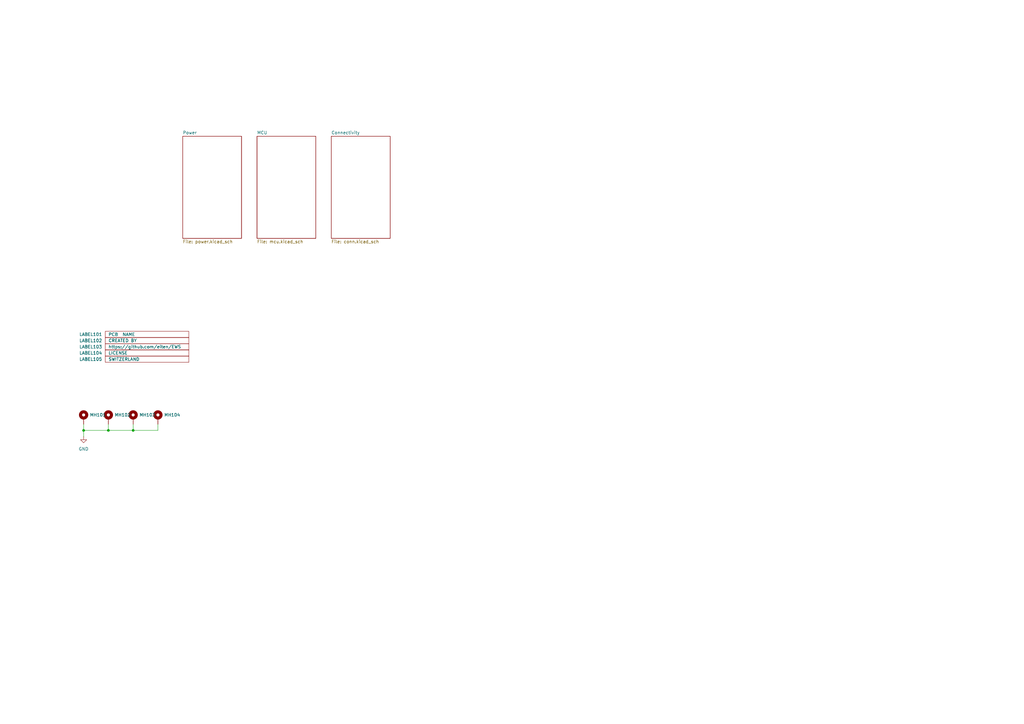
<source format=kicad_sch>
(kicad_sch (version 20250114) (generator "eeschema") (generator_version "9.0")
  (paper "A3")
  (title_block (title "EWS - Power, CANbus and USB HAT for 3D Printers") (date "2025-12-04") (rev "${PROJEKT_REV}") (company "Eduard Iten") (comment 1 "CC BY-NC-SA 4.0"))
  (lib_symbols
    (symbol "Mechanical:MountingHole_Pad" (pin_numbers (hide yes)) (pin_names (offset 1.016) (hide yes)) (in_bom no)
      (property "Reference" "H" (at 0 6.35 0))
      (property "Value" "MountingHole_Pad" (at 0 4.445 0))
      (symbol "MountingHole_Pad_0_1"
        (circle (center 0 1.27) (radius 1.27) (stroke (width 1.27)))
      )
      (symbol "MountingHole_Pad_1_1"
        (pin input line (at 0 -2.54 90) (length 2.54) (name "1") (number "1"))
      )
    )
    (symbol "power:GND" (power) (pin_numbers (hide yes)) (pin_names (offset 0) (hide yes))
      (property "Value" "GND" (at 0 -3.81 0))
      (symbol "GND_0_1"
        (polyline (pts (xy 0 0) (xy 0 -1.27) (xy 1.27 -1.27) (xy 0 -2.54) (xy -1.27 -1.27) (xy 0 -1.27)))
      )
      (symbol "GND_1_1"
        (pin power_in line (at 0 0 270) (length 0) (name "~") (number "1"))
      )
    )
    (symbol "project:LABEL_CREATED_BY"
      (property "Reference" "LABEL" (at -1.27 0 0))
      (property "Value" "CREATED BY" (at 1.27 0 0))
      (symbol "LABEL_CREATED_BY_0_1"
        (rectangle (start 0 1.27) (end 34.29 -1.27))
      )
    )
    (symbol "project:LABEL_LICENSE"
      (property "Reference" "LABEL" (at -1.27 0 0))
      (property "Value" "LICENSE" (at 1.27 0 0))
      (symbol "LABEL_LICENSE_0_1"
        (rectangle (start 0 1.27) (end 34.29 -1.27))
      )
    )
    (symbol "project:LABEL_PCB_NAME"
      (property "Reference" "LABEL" (at -1.27 0 0))
      (property "Value" "PCB  NAME" (at 1.27 0 0))
      (symbol "LABEL_PCB_NAME_0_1"
        (rectangle (start 0 1.27) (end 34.29 -1.27))
      )
    )
    (symbol "project:LABEL_QR_CODE"
      (property "Reference" "LABEL" (at -1.27 0 0))
      (property "Value" "https://github.com/eiten/EWS" (at 1.27 0 0))
      (symbol "LABEL_QR_CODE_0_1"
        (rectangle (start 0 1.27) (end 34.29 -1.27))
      )
    )
    (symbol "project:LABEL_SWITZERLAND"
      (property "Reference" "LABEL" (at -1.27 0 0))
      (property "Value" "SWITZERLAND" (at 1.27 0 0))
      (symbol "LABEL_SWITZERLAND_0_1"
        (rectangle (start 0 1.27) (end 34.29 -1.27))
      )
    )
  )
  (junction (at 54.61 176.53))
  (junction (at 44.45 176.53))
  (junction (at 34.29 176.53))
  (wire (pts (xy 34.29 173.99) (xy 34.29 176.53)))
  (wire (pts (xy 54.61 173.99) (xy 54.61 176.53)))
  (wire (pts (xy 64.77 176.53) (xy 54.61 176.53)))
  (wire (pts (xy 34.29 176.53) (xy 34.29 179.07)))
  (wire (pts (xy 64.77 173.99) (xy 64.77 176.53)))
  (wire (pts (xy 34.29 176.53) (xy 44.45 176.53)))
  (wire (pts (xy 44.45 173.99) (xy 44.45 176.53)))
  (wire (pts (xy 54.61 176.53) (xy 44.45 176.53)))
  (symbol (lib_id "project:LABEL_PCB_NAME") (at 43.18 137.16 0) (unit 1) (in_bom no)
    (property "Reference" "LABEL101" (at 41.91 137.16 0) (effects (justify right)))
    (property "Value" "PCB  NAME" (at 44.45 137.16 0) (effects (justify left)))
    (property "Footprint" "project:EWS Rev. 1.0" (effects (hide yes)))
  )
  (symbol (lib_id "project:LABEL_CREATED_BY") (at 43.18 139.7 0) (unit 1) (in_bom no)
    (property "Reference" "LABEL102" (at 41.91 139.7 0) (effects (justify right)))
    (property "Value" "CREATED BY" (at 44.45 139.7 0) (effects (justify left)))
    (property "Footprint" "project:EduardIten" (effects (hide yes)))
  )
  (symbol (lib_id "Mechanical:MountingHole_Pad") (at 44.45 171.45 0) (unit 1) (in_bom no)
    (property "Reference" "MH102" (at 46.99 170.18 0) (effects (justify left)))
    (property "Value" "MountingHole_Pad" (effects (hide yes)))
    (property "Footprint" "MountingHole:MountingHole_2.7mm_Pad_Via" (effects (hide yes)))
    (property "Description" "Mounting Hole with connection" (effects (hide yes)))
  )
  (symbol (lib_id "Mechanical:MountingHole_Pad") (at 54.61 171.45 0) (unit 1) (in_bom no)
    (property "Reference" "MH103" (at 57.15 170.18 0) (effects (justify left)))
    (property "Value" "MountingHole_Pad" (effects (hide yes)))
    (property "Footprint" "MountingHole:MountingHole_2.7mm_Pad_Via" (effects (hide yes)))
    (property "Description" "Mounting Hole with connection" (effects (hide yes)))
  )
  (symbol (lib_id "power:GND") (at 34.29 179.07 0) (unit 1)
    (property "Reference" "#PWR0101" (effects (hide yes)))
    (property "Value" "GND" (at 34.29 184.15 0))
    (property "Description" "Power symbol creates a global label with name \"GND\" , ground" (effects (hide yes)))
  )
  (symbol (lib_id "Mechanical:MountingHole_Pad") (at 34.29 171.45 0) (unit 1) (in_bom no)
    (property "Reference" "MH101" (at 36.83 170.18 0) (effects (justify left)))
    (property "Value" "MountingHole_Pad" (effects (hide yes)))
    (property "Footprint" "MountingHole:MountingHole_2.7mm_Pad_Via" (effects (hide yes)))
    (property "Description" "Mounting Hole with connection" (effects (hide yes)))
  )
  (symbol (lib_id "project:LABEL_QR_CODE") (at 43.18 142.24 0) (unit 1) (in_bom no)
    (property "Reference" "LABEL103" (at 41.91 142.24 0) (effects (justify right)))
    (property "Value" "https://github.com/eiten/EWS" (at 44.45 142.24 0) (effects (justify left)))
    (property "Footprint" "project:http___github.com_eiten_EWS" (effects (hide yes)))
  )
  (symbol (lib_id "Mechanical:MountingHole_Pad") (at 64.77 171.45 0) (unit 1) (in_bom no)
    (property "Reference" "MH104" (at 67.31 170.18 0) (effects (justify left)))
    (property "Value" "MountingHole_Pad" (effects (hide yes)))
    (property "Footprint" "MountingHole:MountingHole_2.7mm_Pad_Via" (effects (hide yes)))
    (property "Description" "Mounting Hole with connection" (effects (hide yes)))
  )
  (symbol (lib_id "project:LABEL_LICENSE") (at 43.18 144.78 0) (unit 1) (in_bom no)
    (property "Reference" "LABEL104" (at 41.91 144.78 0) (effects (justify right)))
    (property "Value" "LICENSE" (at 44.45 144.78 0) (effects (justify left)))
    (property "Footprint" "project:CC_BY_NC_SA 4" (effects (hide yes)))
  )
  (symbol (lib_id "project:LABEL_SWITZERLAND") (at 43.18 147.32 0) (unit 1) (in_bom no)
    (property "Reference" "LABEL105" (at 41.91 147.32 0) (effects (justify right)))
    (property "Value" "SWITZERLAND" (at 44.45 147.32 0) (effects (justify left)))
    (property "Footprint" "project:Switzerland" (effects (hide yes)))
  )
  (sheet (at 105.41 55.88) (size 24.13 41.91) (stroke (width 0.1524))
    (property "Sheetname" "MCU" (at 105.41 55.1684 0) (effects (justify left bottom)))
    (property "Sheetfile" "mcu.kicad_sch" (at 105.41 98.3746 0) (effects (justify left top)))
  )
  (sheet (at 135.89 55.88) (size 24.13 41.91) (stroke (width 0.1524))
    (property "Sheetname" "Connectivity" (at 135.89 55.1684 0) (effects (justify left bottom)))
    (property "Sheetfile" "conn.kicad_sch" (at 135.89 98.3746 0) (effects (justify left top)))
  )
  (sheet (at 74.93 55.88) (size 24.13 41.91) (stroke (width 0.1524))
    (property "Sheetname" "Power" (at 74.93 55.1684 0) (effects (justify left bottom)))
    (property "Sheetfile" "power.kicad_sch" (at 74.93 98.3746 0) (effects (justify left top)))
  )
)
</source>
